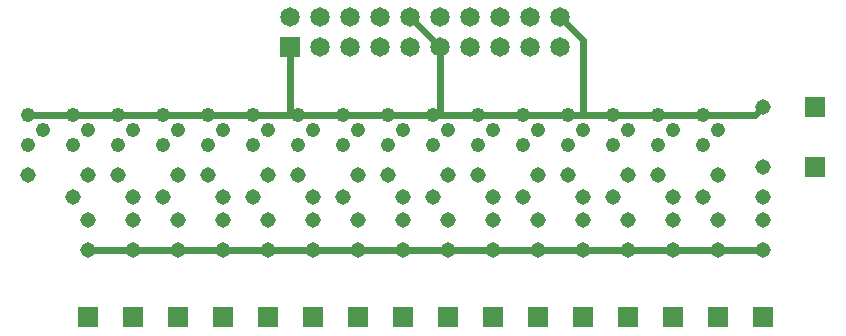
<source format=gtl>
G04 Output by ViewMate Deluxe V11.0.9  PentaLogix LLC*
G04 Thu Nov 20 16:07:25 2014*
%FSLAX33Y33*%
%MOMM*%
%IPPOS*%
%ADD10R,1.651X1.651*%
%ADD11C,1.651*%
%ADD12C,1.3081*%
%ADD13C,1.209*%
%ADD14R,1.8009X1.8009*%
%ADD108C,0.6096*%

%LPD*%
X0Y0D2*D108*G1X64389Y8509D2*X60579Y8509D1*X56769Y8509*X52959Y8509*X49149Y8509*X45339Y8509*X41529Y8509*X37719Y8509*X33909Y8509*X30099Y8509*X26289Y8509*X22479Y8509*X18669Y8509*X14859Y8509*X11049Y8509*X7239Y8509*X2159Y19939D2*X5969Y19939D1*X9779Y19939*X13589Y19939*X17399Y19939*X21209Y19939*X24384Y19939*X34544Y28194D2*X37084Y25654D1*X24384Y25654D2*X24384Y19939D1*X25019Y19939*X28829Y19939*X32639Y19939*X36449Y19939*X37084Y19939*X49149Y19939D2*X47879Y19939D1*X44069Y19939*X40259Y19939*X37084Y19939*X37084Y25654*X47244Y28194D2*X49149Y26289D1*X49149Y19939*X51689Y19939*X55499Y19939*X59309Y19939*X63754Y19939*X64389Y20574*D10*X24384Y25654D3*D11*X24384Y28194D3*X26924Y28194D3*X29464Y28194D3*X32004Y28194D3*X34544Y28194D3*X37084Y28194D3*X39624Y28194D3*X42164Y28194D3*X44704Y28194D3*X47244Y28194D3*X47244Y25654D3*X44704Y25654D3*X42164Y25654D3*X39624Y25654D3*X37084Y25654D3*X34544Y25654D3*X32004Y25654D3*X29464Y25654D3*X26924Y25654D3*D12*X2159Y14859D3*X7239Y8509D3*X7239Y11049D3*X5969Y12954D3*X7239Y14859D3*X9779Y14859D3*X14859Y14859D3*X17399Y14859D3*X64389Y20574D3*X64389Y8509D3*X60579Y8509D3*X56769Y8509D3*X52959Y8509D3*X49149Y8509D3*X45339Y8509D3*X41529Y8509D3*X37719Y8509D3*X33909Y8509D3*X26289Y8509D3*X30099Y8509D3*X30099Y14859D3*X32639Y14859D3*X37719Y14859D3*X40259Y14859D3*X45339Y14859D3*X47879Y14859D3*X52959Y14859D3*X55499Y14859D3*X64389Y15494D3*X60579Y14859D3*X64389Y12954D3*X64389Y11049D3*X60579Y11049D3*X59309Y12954D3*X56769Y12954D3*X56769Y11049D3*X52959Y11049D3*X51689Y12954D3*X49149Y12954D3*X49149Y11049D3*X45339Y11049D3*X44069Y12954D3*X41529Y12954D3*X41529Y11049D3*X37719Y11049D3*X36449Y12954D3*X33909Y12954D3*X33909Y11049D3*X30099Y11049D3*X28829Y12954D3*X26289Y12954D3*X26289Y11049D3*X22479Y11049D3*X22479Y8509D3*X18669Y8509D3*X14859Y8509D3*X11049Y8509D3*X11049Y11049D3*X11049Y12954D3*X13589Y12954D3*X14859Y11049D3*X18669Y11049D3*X18669Y12954D3*X21209Y12954D3*X22479Y14859D3*X25019Y14859D3*D13*X59309Y17399D3*X60579Y18669D3*X59309Y19939D3*X55499Y19939D3*X56769Y18669D3*X55499Y17399D3*X44069Y17399D3*X47879Y17399D3*X51689Y17399D3*X52959Y18669D3*X51689Y19939D3*X49149Y18669D3*X47879Y19939D3*X45339Y18669D3*X44069Y19939D3*X40259Y19939D3*X41529Y18669D3*X40259Y17399D3*X25019Y17399D3*X28829Y17399D3*X32639Y17399D3*X36449Y17399D3*X37719Y18669D3*X36449Y19939D3*X33909Y18669D3*X32639Y19939D3*X30099Y18669D3*X28829Y19939D3*X26289Y18669D3*X25019Y19939D3*X21209Y19939D3*X22479Y18669D3*X21209Y17399D3*X13589Y17399D3*X17399Y17399D3*X18669Y18669D3*X17399Y19939D3*X14859Y18669D3*X13589Y19939D3*X9779Y19939D3*X11049Y18669D3*X9779Y17399D3*X5969Y17399D3*X7239Y18669D3*X5969Y19939D3*X2159Y19939D3*X3429Y18669D3*X2159Y17399D3*D14*X68834Y20574D3*X68834Y15494D3*X64389Y2794D3*X60579Y2794D3*X56769Y2794D3*X52959Y2794D3*X49149Y2794D3*X45339Y2794D3*X41529Y2794D3*X37719Y2794D3*X33909Y2794D3*X30099Y2794D3*X26289Y2794D3*X22479Y2794D3*X18669Y2794D3*X14859Y2794D3*X11049Y2794D3*X7239Y2794D3*X0Y0D2*M02*
</source>
